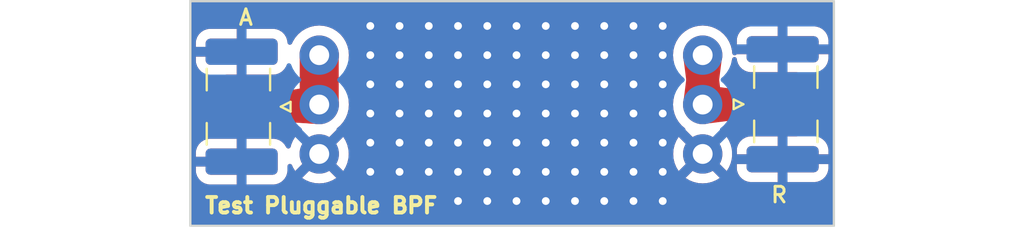
<source format=kicad_pcb>
(kicad_pcb (version 20240819) (generator "pcbnew") (generator_version "8.99")
  (layers (0 "F.Cu" signal) (2 "B.Cu" signal) (13 "F.Paste" user) (15 "B.Paste" user) (5 "F.SilkS" user "F.Silkscreen") (7 "B.SilkS" user "B.Silkscreen") (1 "F.Mask" user) (3 "B.Mask" user) (25 "Edge.Cuts" user))
  (net 0 "")
  (net 1 "GND")
  (net 2 "Net-(J3-In)")
  (net 3 "Net-(J4-In)")
  (footprint "footprints:PinHeader_1x3_P2.54mm_Drill1.02mm_Modded_2" (layer "F.Cu") (at 101.38 101.5 -90)
    (property "Reference" "J1" (hide yes))
    (property "Value" "Antenna" (hide yes))
    (pad "1" thru_hole circle (at 0 0 270) (size 2.02 2.02) (drill 1.02) (layers "*.Cu" "*.Mask") (net 2 "Net-(J3-In)"))
    (pad "2" thru_hole circle (at 2.54 0 270) (size 2.02 2.02) (drill 1.02) (layers "*.Cu" "*.Mask") (net 2 "Net-(J3-In)"))
    (pad "3" thru_hole circle (at 5.08 0 270) (size 2.02 2.02) (drill 1.02) (layers "*.Cu" "*.Mask") (net 1 "GND"))
  )
  (footprint "footprints:PinHeader_1x3_P2.54mm_Drill1.02mm_Modded_2" (layer "F.Cu") (at 121.05 101.5 -90)
    (property "Reference" "J2" (hide yes))
    (property "Value" "Input" (hide yes))
    (pad "1" thru_hole circle (at 0 0 270) (size 2.02 2.02) (drill 1.02) (layers "*.Cu" "*.Mask") (net 3 "Net-(J4-In)"))
    (pad "2" thru_hole circle (at 2.54 0 270) (size 2.02 2.02) (drill 1.02) (layers "*.Cu" "*.Mask") (net 3 "Net-(J4-In)"))
    (pad "3" thru_hole circle (at 5.08 0 270) (size 2.02 2.02) (drill 1.02) (layers "*.Cu" "*.Mask") (net 1 "GND"))
  )
  (footprint "Connector_Coaxial:SMA_Samtec_SMA-J-P-H-ST-EM1_EdgeMount" (layer "F.Cu") (at 125.4 104.025)
    (property "Reference" "J4" (hide yes))
    (property "Value" "Conn_Coaxial" (hide yes))
    (fp_line (start -2.76 -0.25) (end -2.76 0.25) (stroke (width 0.12)) (layer "F.SilkS"))
    (fp_line (start -2.76 0.25) (end -2.26 0) (stroke (width 0.12)) (layer "F.SilkS"))
    (fp_line (start -2.26 0) (end -2.76 -0.25) (stroke (width 0.12)) (layer "F.SilkS"))
    (fp_line (start -1.71 -0.84) (end -1.71 -1.95) (stroke (width 0.12)) (layer "F.SilkS"))
    (fp_line (start -1.71 1.95) (end -1.71 0.84) (stroke (width 0.12)) (layer "F.SilkS"))
    (fp_line (start 1.54 -0.84) (end 1.54 -1.95) (stroke (width 0.12)) (layer "F.SilkS"))
    (fp_line (start 1.54 1.95) (end 1.54 0.84) (stroke (width 0.12)) (layer "F.SilkS"))
    (pad "1" smd roundrect (at 0 0 90) (size 1.27 3.2) (layers "F.Cu" "F.Mask") (roundrect_rratio 0.1968503937) (net 3 "Net-(J4-In)"))
    (pad "2" smd roundrect (at -0.25 -2.825 90) (size 1.35 3.7) (layers "F.Cu" "F.Mask") (roundrect_rratio 0.1851851852) (net 1 "GND"))
    (pad "2" smd roundrect (at -0.25 -2.825 90) (size 1.35 3.7) (layers "B.Cu" "B.Mask") (roundrect_rratio 0.1851851852) (net 1 "GND"))
    (pad "2" smd roundrect (at -0.25 2.825 90) (size 1.35 3.7) (layers "F.Cu" "F.Mask") (roundrect_rratio 0.1851851852) (net 1 "GND"))
    (pad "2" smd roundrect (at -0.25 2.825 90) (size 1.35 3.7) (layers "B.Cu" "B.Mask") (roundrect_rratio 0.1851851852) (net 1 "GND"))
  )
  (footprint "Connector_Coaxial:SMA_Samtec_SMA-J-P-H-ST-EM1_EdgeMount" (layer "F.Cu") (at 97.15 104.15 180)
    (property "Reference" "J3" (hide yes))
    (property "Value" "Conn_Coaxial" (hide yes))
    (fp_line (start 1.54 1.95) (end 1.54 0.84) (stroke (width 0.12)) (layer "F.SilkS"))
    (fp_line (start 1.54 -0.84) (end 1.54 -1.95) (stroke (width 0.12)) (layer "F.SilkS"))
    (fp_line (start -1.71 1.95) (end -1.71 0.84) (stroke (width 0.12)) (layer "F.SilkS"))
    (fp_line (start -1.71 -0.84) (end -1.71 -1.95) (stroke (width 0.12)) (layer "F.SilkS"))
    (fp_line (start -2.26 0) (end -2.76 -0.25) (stroke (width 0.12)) (layer "F.SilkS"))
    (fp_line (start -2.76 0.25) (end -2.26 0) (stroke (width 0.12)) (layer "F.SilkS"))
    (fp_line (start -2.76 -0.25) (end -2.76 0.25) (stroke (width 0.12)) (layer "F.SilkS"))
    (pad "1" smd roundrect (at 0 0 270) (size 1.27 3.2) (layers "F.Cu" "F.Mask") (roundrect_rratio 0.1968503937) (net 2 "Net-(J3-In)"))
    (pad "2" smd roundrect (at -0.25 -2.825 270) (size 1.35 3.7) (layers "F.Cu" "F.Mask") (roundrect_rratio 0.1851851852) (net 1 "GND"))
    (pad "2" smd roundrect (at -0.25 -2.825 270) (size 1.35 3.7) (layers "B.Cu" "B.Mask") (roundrect_rratio 0.1851851852) (net 1 "GND"))
    (pad "2" smd roundrect (at -0.25 2.825 270) (size 1.35 3.7) (layers "F.Cu" "F.Mask") (roundrect_rratio 0.1851851852) (net 1 "GND"))
    (pad "2" smd roundrect (at -0.25 2.825 270) (size 1.35 3.7) (layers "B.Cu" "B.Mask") (roundrect_rratio 0.1851851852) (net 1 "GND"))
  )
  (gr_rect (start 94.77 98.725) (end 127.78 110.275) (stroke (width 0.12)) (fill none) (layer "Edge.Cuts"))
  (gr_text "R" (at 124.475 109.15 0) (layer "F.SilkS") (effects (font (size 0.8 0.8)) (justify left bottom)))
  (gr_text "A\n" (at 97.175 100.025 0) (layer "F.SilkS") (effects (font (size 0.8 0.8)) (justify left bottom)))
  (gr_text "Test Pluggable BPF" (at 95.425 109.7 0) (layer "F.SilkS") (effects (font (size 0.8 0.8) (thickness 0.2) (bold yes)) (justify left bottom)))
  (via (at 107 101.5) (size 0.8) (drill 0.4) (layers "F.Cu" "B.Cu") (net 1))
  (via (at 113 107.5) (size 0.8) (drill 0.4) (layers "F.Cu" "B.Cu") (net 1))
  (via (at 116 107.5) (size 0.8) (drill 0.4) (layers "F.Cu" "B.Cu") (net 1))
  (via (at 114.5 106) (size 0.8) (drill 0.4) (layers "F.Cu" "B.Cu") (net 1))
  (via (at 107 100) (size 0.8) (drill 0.4) (layers "F.Cu" "B.Cu") (net 1))
  (via (at 116 101.5) (size 0.8) (drill 0.4) (layers "F.Cu" "B.Cu") (net 1))
  (via (at 119 106) (size 0.8) (drill 0.4) (layers "F.Cu" "B.Cu") (net 1))
  (via (at 111.5 104.5) (size 0.8) (drill 0.4) (layers "F.Cu" "B.Cu") (net 1))
  (via (at 107 104.5) (size 0.8) (drill 0.4) (layers "F.Cu" "B.Cu") (net 1))
  (via (at 105.5 101.5) (size 0.8) (drill 0.4) (layers "F.Cu" "B.Cu") (net 1))
  (via (at 108.5 103) (size 0.8) (drill 0.4) (layers "F.Cu" "B.Cu") (net 1))
  (via (at 113 101.5) (size 0.8) (drill 0.4) (layers "F.Cu" "B.Cu") (net 1))
  (via (at 105.5 107.5) (size 0.8) (drill 0.4) (layers "F.Cu" "B.Cu") (net 1))
  (via (at 105.5 106) (size 0.8) (drill 0.4) (layers "F.Cu" "B.Cu") (net 1))
  (via (at 110 103) (size 0.8) (drill 0.4) (layers "F.Cu" "B.Cu") (net 1))
  (via (at 111.5 109) (size 0.8) (drill 0.4) (layers "F.Cu" "B.Cu") (net 1))
  (via (at 104 103) (size 0.8) (drill 0.4) (layers "F.Cu" "B.Cu") (net 1))
  (via (at 108.5 100) (size 0.8) (drill 0.4) (layers "F.Cu" "B.Cu") (net 1))
  (via (at 117.5 106) (size 0.8) (drill 0.4) (layers "F.Cu" "B.Cu") (net 1))
  (via (at 110 109) (size 0.8) (drill 0.4) (layers "F.Cu" "B.Cu") (net 1))
  (via (at 105.5 104.5) (size 0.8) (drill 0.4) (layers "F.Cu" "B.Cu") (net 1))
  (via (at 107 107.5) (size 0.8) (drill 0.4) (layers "F.Cu" "B.Cu") (net 1))
  (via (at 104 104.5) (size 0.8) (drill 0.4) (layers "F.Cu" "B.Cu") (net 1))
  (via (at 113 109) (size 0.8) (drill 0.4) (layers "F.Cu" "B.Cu") (net 1))
  (via (at 105.5 100) (size 0.8) (drill 0.4) (layers "F.Cu" "B.Cu") (net 1))
  (via (at 114.5 107.5) (size 0.8) (drill 0.4) (layers "F.Cu" "B.Cu") (net 1))
  (via (at 116 104.5) (size 0.8) (drill 0.4) (layers "F.Cu" "B.Cu") (net 1))
  (via (at 104 107.5) (size 0.8) (drill 0.4) (layers "F.Cu" "B.Cu") (net 1))
  (via (at 117.5 109) (size 0.8) (drill 0.4) (layers "F.Cu" "B.Cu") (net 1))
  (via (at 114.5 104.5) (size 0.8) (drill 0.4) (layers "F.Cu" "B.Cu") (net 1))
  (via (at 117.5 104.5) (size 0.8) (drill 0.4) (layers "F.Cu" "B.Cu") (net 1))
  (via (at 104 100) (size 0.8) (drill 0.4) (layers "F.Cu" "B.Cu") (net 1))
  (via (at 110 101.5) (size 0.8) (drill 0.4) (layers "F.Cu" "B.Cu") (net 1))
  (via (at 119 101.5) (size 0.8) (drill 0.4) (layers "F.Cu" "B.Cu") (net 1))
  (via (at 110 107.5) (size 0.8) (drill 0.4) (layers "F.Cu" "B.Cu") (net 1))
  (via (at 104 106) (size 0.8) (drill 0.4) (layers "F.Cu" "B.Cu") (net 1))
  (via (at 119 104.5) (size 0.8) (drill 0.4) (layers "F.Cu" "B.Cu") (net 1))
  (via (at 116 100) (size 0.8) (drill 0.4) (layers "F.Cu" "B.Cu") (net 1))
  (via (at 113 104.5) (size 0.8) (drill 0.4) (layers "F.Cu" "B.Cu") (net 1))
  (via (at 107 103) (size 0.8) (drill 0.4) (layers "F.Cu" "B.Cu") (net 1))
  (via (at 117.5 100) (size 0.8) (drill 0.4) (layers "F.Cu" "B.Cu") (net 1))
  (via (at 114.5 101.5) (size 0.8) (drill 0.4) (layers "F.Cu" "B.Cu") (net 1))
  (via (at 104 101.5) (size 0.8) (drill 0.4) (layers "F.Cu" "B.Cu") (net 1))
  (via (at 114.5 100) (size 0.8) (drill 0.4) (layers "F.Cu" "B.Cu") (net 1))
  (via (at 111.5 107.5) (size 0.8) (drill 0.4) (layers "F.Cu" "B.Cu") (net 1))
  (via (at 110 104.5) (size 0.8) (drill 0.4) (layers "F.Cu" "B.Cu") (net 1))
  (via (at 111.5 101.5) (size 0.8) (drill 0.4) (layers "F.Cu" "B.Cu") (net 1))
  (via (at 119 103) (size 0.8) (drill 0.4) (layers "F.Cu" "B.Cu") (net 1))
  (via (at 107 106) (size 0.8) (drill 0.4) (layers "F.Cu" "B.Cu") (net 1))
  (via (at 119 100) (size 0.8) (drill 0.4) (layers "F.Cu" "B.Cu") (net 1))
  (via (at 119 107.5) (size 0.8) (drill 0.4) (layers "F.Cu" "B.Cu") (net 1))
  (via (at 117.5 107.5) (size 0.8) (drill 0.4) (layers "F.Cu" "B.Cu") (net 1))
  (via (at 116 109) (size 0.8) (drill 0.4) (layers "F.Cu" "B.Cu") (net 1))
  (via (at 111.5 106) (size 0.8) (drill 0.4) (layers "F.Cu" "B.Cu") (net 1))
  (via (at 110 106) (size 0.8) (drill 0.4) (layers "F.Cu" "B.Cu") (net 1))
  (via (at 110 100) (size 0.8) (drill 0.4) (layers "F.Cu" "B.Cu") (net 1))
  (via (at 108.5 109) (size 0.8) (drill 0.4) (layers "F.Cu" "B.Cu") (net 1))
  (via (at 119 109) (size 0.8) (drill 0.4) (layers "F.Cu" "B.Cu") (net 1))
  (via (at 113 106) (size 0.8) (drill 0.4) (layers "F.Cu" "B.Cu") (net 1))
  (via (at 108.5 106) (size 0.8) (drill 0.4) (layers "F.Cu" "B.Cu") (net 1))
  (via (at 108.5 101.5) (size 0.8) (drill 0.4) (layers "F.Cu" "B.Cu") (net 1))
  (via (at 111.5 103) (size 0.8) (drill 0.4) (layers "F.Cu" "B.Cu") (net 1))
  (via (at 114.5 109) (size 0.8) (drill 0.4) (layers "F.Cu" "B.Cu") (net 1))
  (via (at 113 103) (size 0.8) (drill 0.4) (layers "F.Cu" "B.Cu") (net 1))
  (via (at 117.5 101.5) (size 0.8) (drill 0.4) (layers "F.Cu" "B.Cu") (net 1))
  (via (at 116 106) (size 0.8) (drill 0.4) (layers "F.Cu" "B.Cu") (net 1))
  (via (at 113 100) (size 0.8) (drill 0.4) (layers "F.Cu" "B.Cu") (net 1))
  (via (at 108.5 107.5) (size 0.8) (drill 0.4) (layers "F.Cu" "B.Cu") (net 1))
  (via (at 105.5 103) (size 0.8) (drill 0.4) (layers "F.Cu" "B.Cu") (net 1))
  (via (at 116 103) (size 0.8) (drill 0.4) (layers "F.Cu" "B.Cu") (net 1))
  (via (at 114.5 103) (size 0.8) (drill 0.4) (layers "F.Cu" "B.Cu") (net 1))
  (via (at 111.5 100) (size 0.8) (drill 0.4) (layers "F.Cu" "B.Cu") (net 1))
  (via (at 117.5 103) (size 0.8) (drill 0.4) (layers "F.Cu" "B.Cu") (net 1))
  (via (at 108.5 104.5) (size 0.8) (drill 0.4) (layers "F.Cu" "B.Cu") (net 1))
  (segment (start 97.15 104.15) (end 101.27 104.15) (width 1.5) (layer "F.Cu") (net 2))
  (segment (start 97.4 104.17) (end 101.25 104.17) (width 1.5) (layer "F.Cu") (net 2))
  (segment (start 101.38 101.5) (end 101.38 104.04) (width 2) (layer "F.Cu") (net 2))
  (segment (start 100.44 104.04) (end 100.32 104.16) (width 0.25) (layer "F.Cu") (net 2))
  (segment (start 101.38 104.04) (end 100.44 104.04) (width 0.25) (layer "F.Cu") (net 2))
  (segment (start 121.05 104.04) (end 125.385 104.04) (width 1.5) (layer "F.Cu") (net 3))
  (segment (start 125.385 104.04) (end 125.4 104.025) (width 1.5) (layer "F.Cu") (net 3))
  (segment (start 121.05 101.5) (end 121.05 104.04) (width 1.5) (layer "F.Cu") (net 3))
  (zone (net 0) (net_name "") (layer "F.Cu") (connect_pads (clearance 0)) (min_thickness 0.25)
    (keepout (tracks allowed) (vias allowed) (pads allowed) (copperpour not_allowed) (footprints allowed))
    (fill (thermal_gap 0.5) (thermal_bridge_width 0.5))
    (polygon (pts (xy 128 105.5) (xy 126 105.5) (xy 126 102.5) (xy 128 102.5)))
  )
  (zone (net 1) (net_name "GND") (layer "F.Cu") (connect_pads (clearance 0.508)) (min_thickness 0.25) (fill yes (thermal_gap 0.5) (thermal_bridge_width 0.5) (island_removal_mode 1) (island_area_min 10))
    (polygon (pts (xy 94.76 98.695) (xy 127.79 98.725) (xy 127.81 110.31) (xy 94.78 110.28)))
  )
  (zone (net 0) (net_name "") (layer "F.Cu") (connect_pads (clearance 0)) (min_thickness 0.25)
    (keepout (tracks allowed) (vias allowed) (pads allowed) (copperpour not_allowed) (footprints allowed))
    (fill (thermal_gap 0.5) (thermal_bridge_width 0.5))
    (polygon (pts (xy 96.5 105.5) (xy 94.5 105.5) (xy 94.5 102.5) (xy 96.5 102.5)))
  )
  (zone (net 1) (net_name "GND") (layer "B.Cu") (connect_pads (clearance 0.508)) (min_thickness 0.25) (fill yes (thermal_gap 0.5) (thermal_bridge_width 0.5))
    (polygon (pts (xy 94.775 98.715) (xy 127.835 98.725) (xy 127.865 110.26) (xy 94.805 110.25)))
  )
)
</source>
